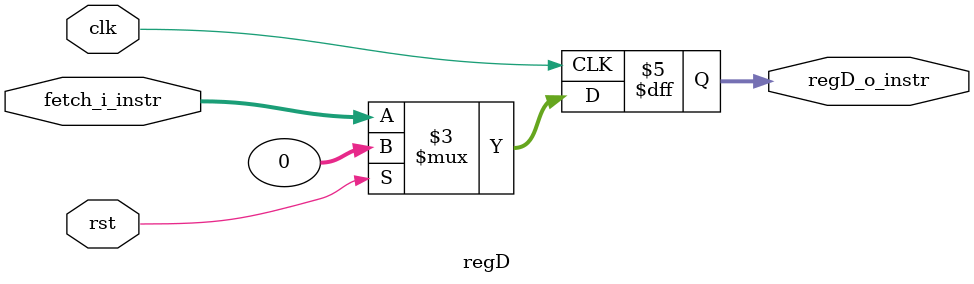
<source format=v>
module regD(
    input  wire clk,
    input  wire rst,
    input  wire [31:0] fetch_i_instr,
    output reg  [31:0] regD_o_instr
);
always @(posedge clk) begin
    if(rst) begin
        regD_o_instr <= 32'd0;
    end 
    else begin
        regD_o_instr <= fetch_i_instr;
    end
end 
endmodule

</source>
